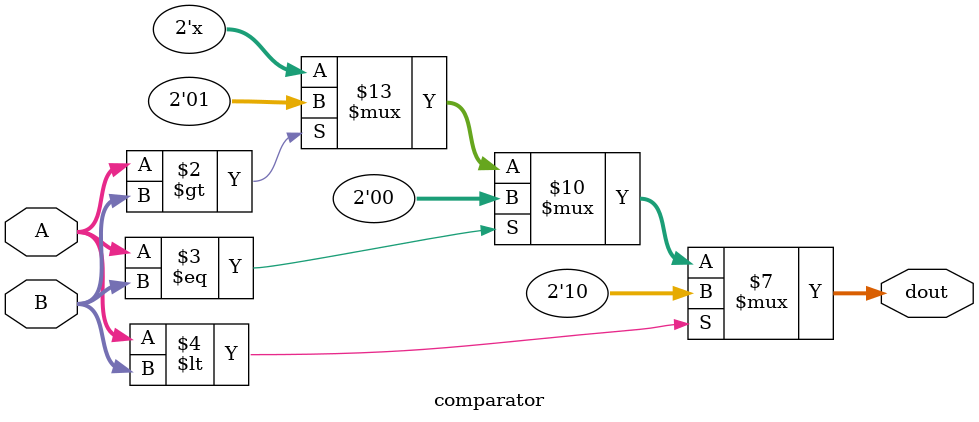
<source format=v>
module comparator(
    input signed [15:0] A,
	 input signed [15:0] B,
    output reg [1:0] dout
    );

initial begin
	dout = 0;
end

always @ (*)
begin
	if (A > B) begin 
		dout = 1;
	end
	if (A == B) begin
		dout = 0;
	end
	if(A < B) begin
		dout = 'b10;
	end
end
endmodule
</source>
